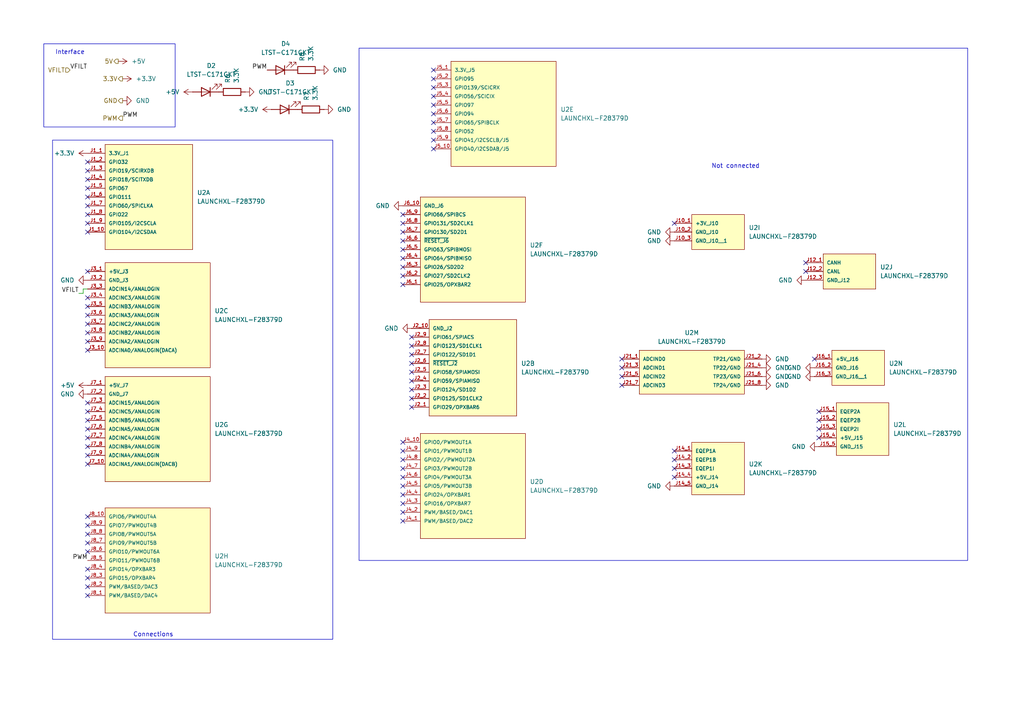
<source format=kicad_sch>
(kicad_sch (version 20250114) (generator "eeschema") (generator_version "9.0")
  (paper "A4")
  (title_block (title "Lecture_Tutorial") (date "2025-02-20") (rev "R0") (company "AbdullahZafar"))
  (lib_symbols
    (symbol "Device:LED" (pin_numbers (hide yes)) (pin_names (offset 1.016) (hide yes))
      (property "Reference" "D" (at 0 2.54 0))
      (property "Value" "LED" (at 0 -2.54 0))
      (symbol "LED_0_1"
        (polyline (pts (xy -3.048 -0.762) (xy -4.572 -2.286) (xy -3.81 -2.286) (xy -4.572 -2.286) (xy -4.572 -1.524)))
        (polyline (pts (xy -1.778 -0.762) (xy -3.302 -2.286) (xy -2.54 -2.286) (xy -3.302 -2.286) (xy -3.302 -1.524)))
        (polyline (pts (xy -1.27 0) (xy 1.27 0)))
        (polyline (pts (xy -1.27 -1.27) (xy -1.27 1.27)) (stroke (width 0.254)))
        (polyline (pts (xy 1.27 -1.27) (xy 1.27 1.27) (xy -1.27 0) (xy 1.27 -1.27)) (stroke (width 0.254)))
      )
      (symbol "LED_1_1"
        (pin passive line (at -3.81 0 0) (length 2.54) (name "K") (number "1"))
        (pin passive line (at 3.81 0 180) (length 2.54) (name "A") (number "2"))
      )
    )
    (symbol "Device:R" (pin_numbers (hide yes)) (pin_names (offset 0))
      (property "Reference" "R" (at 2.032 0 90))
      (property "Value" "R" (at 0 0 90))
      (symbol "R_0_1"
        (rectangle (start -1.016 -2.54) (end 1.016 2.54) (stroke (width 0.254)))
      )
      (symbol "R_1_1"
        (pin passive line (at 0 3.81 270) (length 1.27) (name "~") (number "1"))
        (pin passive line (at 0 -3.81 90) (length 1.27) (name "~") (number "2"))
      )
    )
    (symbol "LAUNCHXL-F28379D:LAUNCHXL-F28379D" (pin_names (offset 1.016))
      (property "Reference" "U" (at -12.2428 15.9258 0))
      (property "Value" "LAUNCHXL-F28379D" (at -12.7 -17.272 0))
      (symbol "LAUNCHXL-F28379D_1_0"
        (rectangle (start -12.7 -15.24) (end 12.7 15.24) (stroke (width 0.1524)) (fill (type background)))
        (pin power_in line (at -17.78 12.7 0) (length 5.08) (name "3.3V_J1") (number "J1_1"))
        (pin bidirectional line (at -17.78 10.16 0) (length 5.08) (name "GPIO32") (number "J1_2"))
        (pin bidirectional line (at -17.78 7.62 0) (length 5.08) (name "GPIO19/SCIRXDB") (number "J1_3"))
        (pin bidirectional line (at -17.78 5.08 0) (length 5.08) (name "GPIO18/SCITXDB") (number "J1_4"))
        (pin bidirectional line (at -17.78 2.54 0) (length 5.08) (name "GPIO67") (number "J1_5"))
        (pin bidirectional line (at -17.78 0 0) (length 5.08) (name "GPIO111") (number "J1_6"))
        (pin bidirectional line (at -17.78 -2.54 0) (length 5.08) (name "GPIO60/SPICLKA") (number "J1_7"))
        (pin bidirectional line (at -17.78 -5.08 0) (length 5.08) (name "GPIO22") (number "J1_8"))
        (pin bidirectional line (at -17.78 -7.62 0) (length 5.08) (name "GPIO105/I2CSCLA") (number "J1_9"))
        (pin bidirectional line (at -17.78 -10.16 0) (length 5.08) (name "GPIO104/I2CSDAA") (number "J1_10"))
      )
      (symbol "LAUNCHXL-F28379D_2_0"
        (rectangle (start -12.7 -12.7) (end 12.7 15.24) (stroke (width 0.1524)) (fill (type background)))
        (pin power_in line (at -17.78 12.7 0) (length 5.08) (name "GND_J2") (number "J2_10"))
        (pin bidirectional line (at -17.78 10.16 0) (length 5.08) (name "GPIO61/SPIACS") (number "J2_9"))
        (pin bidirectional line (at -17.78 7.62 0) (length 5.08) (name "GPIO123/SD1CLK1") (number "J2_8"))
        (pin bidirectional line (at -17.78 5.08 0) (length 5.08) (name "GPIO122/SD1D1") (number "J2_7"))
        (pin bidirectional line (at -17.78 2.54 0) (length 5.08) (name "~{RESET_J2}") (number "J2_6"))
        (pin bidirectional line (at -17.78 0 0) (length 5.08) (name "GPIO58/SPIAMOSI") (number "J2_5"))
        (pin bidirectional line (at -17.78 -2.54 0) (length 5.08) (name "GPIO59/SPIAMISO") (number "J2_4"))
        (pin bidirectional line (at -17.78 -5.08 0) (length 5.08) (name "GPIO124/SD1D2") (number "J2_3"))
        (pin bidirectional line (at -17.78 -7.62 0) (length 5.08) (name "GPIO125/SD1CLK2") (number "J2_2"))
        (pin bidirectional line (at -17.78 -10.16 0) (length 5.08) (name "GPIO29/OPXBAR6") (number "J2_1"))
      )
      (symbol "LAUNCHXL-F28379D_3_0"
        (rectangle (start -15.24 -15.24) (end 15.24 15.24) (stroke (width 0.1524)) (fill (type background)))
        (pin power_in line (at -20.32 12.7 0) (length 5.08) (name "+5V_J3") (number "J3_1"))
        (pin power_in line (at -20.32 10.16 0) (length 5.08) (name "GND_J3") (number "J3_2"))
        (pin bidirectional line (at -20.32 7.62 0) (length 5.08) (name "ADCIN14/ANALOGIN") (number "J3_3"))
        (pin bidirectional line (at -20.32 5.08 0) (length 5.08) (name "ADCINC3/ANALOGIN") (number "J3_4"))
        (pin bidirectional line (at -20.32 2.54 0) (length 5.08) (name "ADCINB3/ANALOGIN") (number "J3_5"))
        (pin bidirectional line (at -20.32 0 0) (length 5.08) (name "ADCINA3/ANALOGIN") (number "J3_6"))
        (pin bidirectional line (at -20.32 -2.54 0) (length 5.08) (name "ADCINC2/ANALOGIN") (number "J3_7"))
        (pin bidirectional line (at -20.32 -5.08 0) (length 5.08) (name "ADCINB2/ANALOGIN") (number "J3_8"))
        (pin bidirectional line (at -20.32 -7.62 0) (length 5.08) (name "ADCINA2/ANALOGIN") (number "J3_9"))
        (pin bidirectional line (at -20.32 -10.16 0) (length 5.08) (name "ADCINA0/ANALOGIN(DACA)") (number "J3_10"))
      )
      (symbol "LAUNCHXL-F28379D_4_0"
        (rectangle (start -15.24 -15.24) (end 15.24 15.24) (stroke (width 0.1524)) (fill (type background)))
        (pin bidirectional line (at -20.32 12.7 0) (length 5.08) (name "GPIO0/PWMOUT1A") (number "J4_10"))
        (pin bidirectional line (at -20.32 10.16 0) (length 5.08) (name "GPIO1/PWMOUT1B") (number "J4_9"))
        (pin bidirectional line (at -20.32 7.62 0) (length 5.08) (name "GPIO2//PWMOUT2A") (number "J4_8"))
        (pin bidirectional line (at -20.32 5.08 0) (length 5.08) (name "GPIO3/PWMOUT2B") (number "J4_7"))
        (pin bidirectional line (at -20.32 2.54 0) (length 5.08) (name "GPIO4/PWMOUT3A") (number "J4_6"))
        (pin bidirectional line (at -20.32 0 0) (length 5.08) (name "GPIO5/PWMOUT3B") (number "J4_5"))
        (pin bidirectional line (at -20.32 -2.54 0) (length 5.08) (name "GPIO24/OPXBAR1") (number "J4_4"))
        (pin bidirectional line (at -20.32 -5.08 0) (length 5.08) (name "GPIO16/OPXBAR7") (number "J4_3"))
        (pin bidirectional line (at -20.32 -7.62 0) (length 5.08) (name "PWM/BASED/DAC1") (number "J4_2"))
        (pin bidirectional line (at -20.32 -10.16 0) (length 5.08) (name "PWM/BASED/DAC2") (number "J4_1"))
      )
      (symbol "LAUNCHXL-F28379D_5_0"
        (rectangle (start -15.24 -15.24) (end 15.24 15.24) (stroke (width 0.1524)) (fill (type background)))
        (pin power_in line (at -20.32 12.7 0) (length 5.08) (name "3.3V_J5") (number "J5_1"))
        (pin bidirectional line (at -20.32 10.16 0) (length 5.08) (name "GPIO95") (number "J5_2"))
        (pin bidirectional line (at -20.32 7.62 0) (length 5.08) (name "GPIO139/SCICRX") (number "J5_3"))
        (pin bidirectional line (at -20.32 5.08 0) (length 5.08) (name "GPIO56/SCICIX") (number "J5_4"))
        (pin bidirectional line (at -20.32 2.54 0) (length 5.08) (name "GPIO97") (number "J5_5"))
        (pin bidirectional line (at -20.32 0 0) (length 5.08) (name "GPIO94") (number "J5_6"))
        (pin bidirectional line (at -20.32 -2.54 0) (length 5.08) (name "GPIO65/SPIBCLK") (number "J5_7"))
        (pin bidirectional line (at -20.32 -5.08 0) (length 5.08) (name "GPIO52") (number "J5_8"))
        (pin bidirectional line (at -20.32 -7.62 0) (length 5.08) (name "GPIO41/I2CSCLB/J5") (number "J5_9"))
        (pin bidirectional line (at -20.32 -10.16 0) (length 5.08) (name "GPIO40/I2CSDAB/J5") (number "J5_10"))
      )
      (symbol "LAUNCHXL-F28379D_6_0"
        (rectangle (start -15.24 -15.24) (end 15.24 15.24) (stroke (width 0.1524)) (fill (type background)))
        (pin power_in line (at -20.32 12.7 0) (length 5.08) (name "GND_J6") (number "J6_10"))
        (pin bidirectional line (at -20.32 10.16 0) (length 5.08) (name "GPIO66/SPIBCS") (number "J6_9"))
        (pin bidirectional line (at -20.32 7.62 0) (length 5.08) (name "GPIO131/SD2CLK1") (number "J6_8"))
        (pin bidirectional line (at -20.32 5.08 0) (length 5.08) (name "GPIO130/SD2D1") (number "J6_7"))
        (pin bidirectional line (at -20.32 2.54 0) (length 5.08) (name "~{RESET_J6}") (number "J6_6"))
        (pin bidirectional line (at -20.32 0 0) (length 5.08) (name "GPIO63/SPIBMOSI") (number "J6_5"))
        (pin bidirectional line (at -20.32 -2.54 0) (length 5.08) (name "GPIO64/SPIBMISO") (number "J6_4"))
        (pin bidirectional line (at -20.32 -5.08 0) (length 5.08) (name "GPIO26/SD2D2") (number "J6_3"))
        (pin bidirectional line (at -20.32 -7.62 0) (length 5.08) (name "GPIO27/SD2CLK2") (number "J6_2"))
        (pin bidirectional line (at -20.32 -10.16 0) (length 5.08) (name "GPIO25/OPXBAR2") (number "J6_1"))
      )
      (symbol "LAUNCHXL-F28379D_7_0"
        (rectangle (start -15.24 -15.24) (end 15.24 15.24) (stroke (width 0.1524)) (fill (type background)))
        (pin power_in line (at -20.32 12.7 0) (length 5.08) (name "+5V_J7") (number "J7_1"))
        (pin power_in line (at -20.32 10.16 0) (length 5.08) (name "GND_J7") (number "J7_2"))
        (pin bidirectional line (at -20.32 7.62 0) (length 5.08) (name "ADCIN15/ANALOGIN") (number "J7_3"))
        (pin bidirectional line (at -20.32 5.08 0) (length 5.08) (name "ADCINC5/ANALOGIN") (number "J7_4"))
        (pin bidirectional line (at -20.32 2.54 0) (length 5.08) (name "ADCINB5/ANALOGIN") (number "J7_5"))
        (pin bidirectional line (at -20.32 0 0) (length 5.08) (name "ADCINA5/ANALOGIN") (number "J7_6"))
        (pin bidirectional line (at -20.32 -2.54 0) (length 5.08) (name "ADCINC4/ANALOGIN") (number "J7_7"))
        (pin bidirectional line (at -20.32 -5.08 0) (length 5.08) (name "ADCINB4/ANALOGIN") (number "J7_8"))
        (pin bidirectional line (at -20.32 -7.62 0) (length 5.08) (name "ADCINA4/ANALOGIN") (number "J7_9"))
        (pin bidirectional line (at -20.32 -10.16 0) (length 5.08) (name "ADCINA1/ANALOGIN(DACB)") (number "J7_10"))
      )
      (symbol "LAUNCHXL-F28379D_8_0"
        (rectangle (start -15.24 -15.24) (end 15.24 15.24) (stroke (width 0.1524)) (fill (type background)))
        (pin bidirectional line (at -20.32 12.7 0) (length 5.08) (name "GPIO6/PWMOUT4A") (number "J8_10"))
        (pin bidirectional line (at -20.32 10.16 0) (length 5.08) (name "GPIO7/PWMOUT4B") (number "J8_9"))
        (pin bidirectional line (at -20.32 7.62 0) (length 5.08) (name "GPIO8/PWMOUT5A") (number "J8_8"))
        (pin bidirectional line (at -20.32 5.08 0) (length 5.08) (name "GPIO9/PWMOUT5B") (number "J8_7"))
        (pin bidirectional line (at -20.32 2.54 0) (length 5.08) (name "GPIO10/PWMOUT6A") (number "J8_6"))
        (pin bidirectional line (at -20.32 0 0) (length 5.08) (name "GPIO11/PWMOUT6B") (number "J8_5"))
        (pin bidirectional line (at -20.32 -2.54 0) (length 5.08) (name "GPIO14/OPXBAR3") (number "J8_4"))
        (pin bidirectional line (at -20.32 -5.08 0) (length 5.08) (name "GPIO15/OPXBAR4") (number "J8_3"))
        (pin bidirectional line (at -20.32 -7.62 0) (length 5.08) (name "PWM/BASED/DAC3") (number "J8_2"))
        (pin bidirectional line (at -20.32 -10.16 0) (length 5.08) (name "PWM/BASED/DAC4") (number "J8_1"))
      )
      (symbol "LAUNCHXL-F28379D_9_0"
        (rectangle (start -7.62 -7.62) (end 7.62 2.54) (stroke (width 0.1524)) (fill (type background)))
        (pin power_in line (at -12.7 0 0) (length 5.08) (name "+3V_J10") (number "J10_1"))
        (pin power_in line (at -12.7 -2.54 0) (length 5.08) (name "GND_J10") (number "J10_2"))
        (pin power_in line (at -12.7 -5.08 0) (length 5.08) (name "GND_J10__1") (number "J10_3"))
      )
      (symbol "LAUNCHXL-F28379D_10_0"
        (rectangle (start -7.62 -5.08) (end 7.62 5.08) (stroke (width 0.1524)) (fill (type background)))
        (pin bidirectional line (at -12.7 2.54 0) (length 5.08) (name "CANH") (number "J12_1"))
        (pin bidirectional line (at -12.7 0 0) (length 5.08) (name "CANL") (number "J12_2"))
        (pin power_in line (at -12.7 -2.54 0) (length 5.08) (name "GND_J12") (number "J12_3"))
      )
      (symbol "LAUNCHXL-F28379D_11_0"
        (rectangle (start -7.62 -7.62) (end 7.62 7.62) (stroke (width 0.1524)) (fill (type background)))
        (pin bidirectional line (at -12.7 5.08 0) (length 5.08) (name "EQEP1A") (number "J14_1"))
        (pin bidirectional line (at -12.7 2.54 0) (length 5.08) (name "EQEP1B") (number "J14_2"))
        (pin bidirectional line (at -12.7 0 0) (length 5.08) (name "EQEP1I") (number "J14_3"))
        (pin power_in line (at -12.7 -2.54 0) (length 5.08) (name "+5V_J14") (number "J14_4"))
        (pin power_in line (at -12.7 -5.08 0) (length 5.08) (name "GND_J14") (number "J14_5"))
      )
      (symbol "LAUNCHXL-F28379D_12_0"
        (rectangle (start -7.62 -7.62) (end 7.62 7.62) (stroke (width 0.1524)) (fill (type background)))
        (pin bidirectional line (at -12.7 5.08 0) (length 5.08) (name "EQEP2A") (number "J15_1"))
        (pin bidirectional line (at -12.7 2.54 0) (length 5.08) (name "EQEP2B") (number "J15_2"))
        (pin bidirectional line (at -12.7 0 0) (length 5.08) (name "EQEP2I") (number "J15_3"))
        (pin power_in line (at -12.7 -2.54 0) (length 5.08) (name "+5V_J15") (number "J15_4"))
        (pin power_in line (at -12.7 -5.08 0) (length 5.08) (name "GND_J15") (number "J15_5"))
      )
      (symbol "LAUNCHXL-F28379D_13_0"
        (rectangle (start -15.24 -7.62) (end 15.24 5.08) (stroke (width 0.1524)) (fill (type background)))
        (pin input line (at -20.32 2.54 0) (length 5.08) (name "ADCIND0") (number "J21_1"))
        (pin input line (at -20.32 0 0) (length 5.08) (name "ADCIND1") (number "J21_3"))
        (pin input line (at -20.32 -2.54 0) (length 5.08) (name "ADCIND2") (number "J21_5"))
        (pin input line (at -20.32 -5.08 0) (length 5.08) (name "ADCIND3") (number "J21_7"))
        (pin power_in line (at 20.32 2.54 180) (length 5.08) (name "TP21/GND") (number "J21_2"))
        (pin power_in line (at 20.32 0 180) (length 5.08) (name "TP22/GND") (number "J21_4"))
        (pin power_in line (at 20.32 -2.54 180) (length 5.08) (name "TP23/GND") (number "J21_6"))
        (pin power_in line (at 20.32 -5.08 180) (length 5.08) (name "TP24/GND") (number "J21_8"))
      )
      (symbol "LAUNCHXL-F28379D_14_0"
        (rectangle (start -7.62 -5.08) (end 7.62 5.08) (stroke (width 0.1524)) (fill (type background)))
        (pin power_in line (at -12.7 2.54 0) (length 5.08) (name "+5V_J16") (number "J16_1"))
        (pin power_in line (at -12.7 0 0) (length 5.08) (name "GND_J16") (number "J16_2"))
        (pin power_in line (at -12.7 -2.54 0) (length 5.08) (name "GND_J16__1") (number "J16_3"))
      )
    )
    (symbol "power:+3.3V" (power) (pin_numbers (hide yes)) (pin_names (offset 0) (hide yes))
      (property "Value" "+3.3V" (at 0 3.556 0))
      (symbol "+3.3V_0_1"
        (polyline (pts (xy -0.762 1.27) (xy 0 2.54)))
        (polyline (pts (xy 0 2.54) (xy 0.762 1.27)))
        (polyline (pts (xy 0 0) (xy 0 2.54)))
      )
      (symbol "+3.3V_1_1"
        (pin power_in line (at 0 0 90) (length 0) (name "~") (number "1"))
      )
    )
    (symbol "power:+5V" (power) (pin_numbers (hide yes)) (pin_names (offset 0) (hide yes))
      (property "Value" "+5V" (at 0 3.556 0))
      (symbol "+5V_0_1"
        (polyline (pts (xy -0.762 1.27) (xy 0 2.54)))
        (polyline (pts (xy 0 2.54) (xy 0.762 1.27)))
        (polyline (pts (xy 0 0) (xy 0 2.54)))
      )
      (symbol "+5V_1_1"
        (pin power_in line (at 0 0 90) (length 0) (name "~") (number "1"))
      )
    )
    (symbol "power:GND" (power) (pin_numbers (hide yes)) (pin_names (offset 0) (hide yes))
      (property "Value" "GND" (at 0 -3.81 0))
      (symbol "GND_0_1"
        (polyline (pts (xy 0 0) (xy 0 -1.27) (xy 1.27 -1.27) (xy 0 -2.54) (xy -1.27 -1.27) (xy 0 -1.27)))
      )
      (symbol "GND_1_1"
        (pin power_in line (at 0 0 270) (length 0) (name "~") (number "1"))
      )
    )
  )
  (rectangle (start 15.24 40.64) (end 96.52 185.42))
  (rectangle (start 104.14 13.97) (end 280.67 162.56))
  (rectangle (start 12.7 12.7) (end 50.8 36.83))
  (text "Interface\n" (at 20.32 15.24 0) (effects (font (size 1.27 1.27))))
  (text "Not connected\n" (at 213.36 48.26 0) (effects (font (size 1.27 1.27))))
  (text "Connections\n" (at 44.45 184.15 0) (effects (font (size 1.27 1.27))))
  (no_connect (at 195.58 138.43))
  (no_connect (at 116.84 130.81))
  (no_connect (at 25.4 170.18))
  (no_connect (at 25.4 116.84))
  (no_connect (at 25.4 154.94))
  (no_connect (at 116.84 72.39))
  (no_connect (at 116.84 128.27))
  (no_connect (at 25.4 67.31))
  (no_connect (at 25.4 167.64))
  (no_connect (at 25.4 64.77))
  (no_connect (at 25.4 149.86))
  (no_connect (at 25.4 62.23))
  (no_connect (at 116.84 80.01))
  (no_connect (at 180.34 109.22))
  (no_connect (at 195.58 64.77))
  (no_connect (at 25.4 93.98))
  (no_connect (at 116.84 64.77))
  (no_connect (at 119.38 115.57))
  (no_connect (at 25.4 96.52))
  (no_connect (at 125.73 40.64))
  (no_connect (at 25.4 152.4))
  (no_connect (at 125.73 30.48))
  (no_connect (at 25.4 132.08))
  (no_connect (at 116.84 140.97))
  (no_connect (at 25.4 121.92))
  (no_connect (at 116.84 69.85))
  (no_connect (at 116.84 82.55))
  (no_connect (at 237.49 127))
  (no_connect (at 25.4 172.72))
  (no_connect (at 116.84 77.47))
  (no_connect (at 116.84 133.35))
  (no_connect (at 25.4 52.07))
  (no_connect (at 236.22 104.14))
  (no_connect (at 25.4 99.06))
  (no_connect (at 25.4 59.69))
  (no_connect (at 116.84 135.89))
  (no_connect (at 25.4 101.6))
  (no_connect (at 25.4 157.48))
  (no_connect (at 119.38 110.49))
  (no_connect (at 116.84 62.23))
  (no_connect (at 116.84 74.93))
  (no_connect (at 125.73 27.94))
  (no_connect (at 119.38 100.33))
  (no_connect (at 119.38 107.95))
  (no_connect (at 25.4 91.44))
  (no_connect (at 25.4 119.38))
  (no_connect (at 119.38 102.87))
  (no_connect (at 119.38 97.79))
  (no_connect (at 25.4 57.15))
  (no_connect (at 116.84 151.13))
  (no_connect (at 125.73 33.02))
  (no_connect (at 116.84 143.51))
  (no_connect (at 195.58 130.81))
  (no_connect (at 180.34 111.76))
  (no_connect (at 125.73 20.32))
  (no_connect (at 25.4 78.74))
  (no_connect (at 237.49 119.38))
  (no_connect (at 233.68 78.74))
  (no_connect (at 180.34 104.14))
  (no_connect (at 125.73 22.86))
  (no_connect (at 25.4 127))
  (no_connect (at 25.4 165.1))
  (no_connect (at 195.58 135.89))
  (no_connect (at 25.4 160.02))
  (no_connect (at 237.49 121.92))
  (no_connect (at 25.4 54.61))
  (no_connect (at 125.73 35.56))
  (no_connect (at 233.68 76.2))
  (no_connect (at 119.38 113.03))
  (no_connect (at 116.84 148.59))
  (no_connect (at 237.49 124.46))
  (no_connect (at 25.4 49.53))
  (no_connect (at 116.84 67.31))
  (no_connect (at 25.4 88.9))
  (no_connect (at 25.4 134.62))
  (no_connect (at 116.84 138.43))
  (no_connect (at 116.84 146.05))
  (no_connect (at 125.73 43.18))
  (no_connect (at 119.38 105.41))
  (no_connect (at 180.34 106.68))
  (no_connect (at 195.58 133.35))
  (no_connect (at 125.73 38.1))
  (no_connect (at 25.4 46.99))
  (no_connect (at 119.38 118.11))
  (no_connect (at 125.73 25.4))
  (no_connect (at 25.4 124.46))
  (no_connect (at 25.4 86.36))
  (no_connect (at 25.4 129.54))
  (wire (pts (xy 22.86 85.09) (xy 24.13 85.09)))
  (wire (pts (xy 24.13 83.82) (xy 25.4 83.82)))
  (wire (pts (xy 24.13 85.09) (xy 24.13 83.82)))
  (label "PWM" (at 77.47 20.32 180))
  (label "VFILT" (at 20.32 20.32 0))
  (label "PWM" (at 25.4 162.56 180))
  (label "PWM" (at 35.56 34.29 0))
  (label "VFILT" (at 22.86 85.09 180))
  (hierarchical_label "PWM" (shape output) (at 35.56 34.29 180))
  (hierarchical_label "3.3V" (shape output) (at 35.56 22.86 180))
  (hierarchical_label "VFILT" (shape input) (at 20.32 20.32 180))
  (hierarchical_label "GND" (shape output) (at 35.56 29.21 180))
  (hierarchical_label "5V" (shape output) (at 34.29 17.78 180))
  (symbol (lib_id "Device:LED") (at 82.55 31.75 180) (unit 1)
    (property "Reference" "D3" (at 84.1375 24.13 0))
    (property "Value" "LTST-C171GKT" (at 84.1375 26.67 0))
    (property "Footprint" "LED_SMD:LED_0805_2012Metric" (effects (hide yes)))
    (property "Description" "Light emitting diode" (effects (hide yes)))
    (property "Sim.Pins" "1=K 2=A" (effects (hide yes)))
    (property "Part No." "LTST-C171GKT" (effects (hide yes)))
  )
  (symbol (lib_id "power:GND") (at 25.4 114.3 270) (mirror x) (unit 1)
    (property "Reference" "#PWR037" (effects (hide yes)))
    (property "Value" "GND" (at 21.59 114.2999 90) (effects (justify right)))
    (property "Description" "Power symbol creates a global label with name \"GND\" , ground" (effects (hide yes)))
  )
  (symbol (lib_id "power:GND") (at 25.4 81.28 270) (mirror x) (unit 1)
    (property "Reference" "#PWR024" (effects (hide yes)))
    (property "Value" "GND" (at 21.59 81.2799 90) (effects (justify right)))
    (property "Description" "Power symbol creates a global label with name \"GND\" , ground" (effects (hide yes)))
  )
  (symbol (lib_id "Device:R") (at 90.17 31.75 90) (unit 1)
    (property "Reference" "R7" (at 88.8999 29.21 0) (effects (justify left)))
    (property "Value" "3.3K" (at 91.4399 29.21 0) (effects (justify left)))
    (property "Footprint" "Resistor_SMD:R_0805_2012Metric_Pad1.20x1.40mm_HandSolder" (effects (hide yes)))
    (property "Datasheet" "ERJ-P06F3301V" (effects (hide yes)))
    (property "Description" "Resistor" (effects (hide yes)))
    (property "Part No." "ERJ-P06F3301V" (effects (hide yes)))
  )
  (symbol (lib_id "LAUNCHXL-F28379D:LAUNCHXL-F28379D") (at 45.72 91.44 0) (unit 3)
    (property "Reference" "U2" (at 62.23 90.1699 0) (effects (justify left)))
    (property "Value" "LAUNCHXL-F28379D" (at 62.23 92.7099 0) (effects (justify left)))
    (property "Footprint" "LAUNCHXL_F28379D:MOD_LAUNCHXL-F28379D" (effects (hide yes)))
    (property "PARTREV" "2.0" (effects (hide yes)))
    (property "STANDARD" "Manufacturer Recommendations" (effects (hide yes)))
    (property "MANUFACTURER" "Texas Instruments" (effects (hide yes)))
    (property "Part No." "LAUNCHXL-F28379D" (effects (hide yes)))
  )
  (symbol (lib_id "LAUNCHXL-F28379D:LAUNCHXL-F28379D") (at 45.72 162.56 0) (unit 8)
    (property "Reference" "U2" (at 62.23 161.2899 0) (effects (justify left)))
    (property "Value" "LAUNCHXL-F28379D" (at 62.23 163.8299 0) (effects (justify left)))
    (property "Footprint" "LAUNCHXL_F28379D:MOD_LAUNCHXL-F28379D" (effects (hide yes)))
    (property "PARTREV" "2.0" (effects (hide yes)))
    (property "STANDARD" "Manufacturer Recommendations" (effects (hide yes)))
    (property "MANUFACTURER" "Texas Instruments" (effects (hide yes)))
    (property "Part No." "LAUNCHXL-F28379D" (effects (hide yes)))
  )
  (symbol (lib_id "Device:LED") (at 59.69 26.67 180) (unit 1)
    (property "Reference" "D2" (at 61.2775 19.05 0))
    (property "Value" "LTST-C171GKT" (at 61.2775 21.59 0))
    (property "Footprint" "LED_SMD:LED_0805_2012Metric" (effects (hide yes)))
    (property "Description" "Light emitting diode" (effects (hide yes)))
    (property "Sim.Pins" "1=K 2=A" (effects (hide yes)))
    (property "Part No." "LTST-C171GKT" (effects (hide yes)))
  )
  (symbol (lib_id "power:GND") (at 119.38 95.25 270) (mirror x) (unit 1)
    (property "Reference" "#PWR023" (effects (hide yes)))
    (property "Value" "GND" (at 115.57 95.2499 90) (effects (justify right)))
    (property "Description" "Power symbol creates a global label with name \"GND\" , ground" (effects (hide yes)))
  )
  (symbol (lib_id "power:GND") (at 220.98 104.14 90) (unit 1)
    (property "Reference" "#PWR025" (effects (hide yes)))
    (property "Value" "GND" (at 224.79 104.1399 90) (effects (justify right)))
    (property "Description" "Power symbol creates a global label with name \"GND\" , ground" (effects (hide yes)))
  )
  (symbol (lib_id "power:GND") (at 236.22 109.22 270) (mirror x) (unit 1)
    (property "Reference" "#PWR029" (effects (hide yes)))
    (property "Value" "GND" (at 232.41 109.2199 90) (effects (justify right)))
    (property "Description" "Power symbol creates a global label with name \"GND\" , ground" (effects (hide yes)))
  )
  (symbol (lib_id "power:GND") (at 195.58 67.31 270) (mirror x) (unit 1)
    (property "Reference" "#PWR031" (effects (hide yes)))
    (property "Value" "GND" (at 191.77 67.3099 90) (effects (justify right)))
    (property "Description" "Power symbol creates a global label with name \"GND\" , ground" (effects (hide yes)))
  )
  (symbol (lib_id "power:GND") (at 220.98 106.68 90) (unit 1)
    (property "Reference" "#PWR026" (effects (hide yes)))
    (property "Value" "GND" (at 224.79 106.6799 90) (effects (justify right)))
    (property "Description" "Power symbol creates a global label with name \"GND\" , ground" (effects (hide yes)))
  )
  (symbol (lib_id "LAUNCHXL-F28379D:LAUNCHXL-F28379D") (at 200.66 106.68 0) (unit 13)
    (property "Reference" "U2" (at 200.66 96.52 0))
    (property "Value" "LAUNCHXL-F28379D" (at 200.66 99.06 0))
    (property "Footprint" "LAUNCHXL_F28379D:MOD_LAUNCHXL-F28379D" (effects (hide yes)))
    (property "PARTREV" "2.0" (effects (hide yes)))
    (property "STANDARD" "Manufacturer Recommendations" (effects (hide yes)))
    (property "MANUFACTURER" "Texas Instruments" (effects (hide yes)))
    (property "Part No." "LAUNCHXL-F28379D" (effects (hide yes)))
  )
  (symbol (lib_id "Device:LED") (at 81.28 20.32 180) (unit 1)
    (property "Reference" "D4" (at 82.8675 12.7 0))
    (property "Value" "LTST-C171GKT" (at 82.8675 15.24 0))
    (property "Footprint" "LED_SMD:LED_0805_2012Metric" (effects (hide yes)))
    (property "Description" "Light emitting diode" (effects (hide yes)))
    (property "Sim.Pins" "1=K 2=A" (effects (hide yes)))
    (property "Part No." "LTST-C171GKT" (effects (hide yes)))
  )
  (symbol (lib_id "power:GND") (at 35.56 29.21 90) (unit 1)
    (property "Reference" "#PWR020" (effects (hide yes)))
    (property "Value" "GND" (at 39.37 29.2099 90) (effects (justify right)))
    (property "Description" "Power symbol creates a global label with name \"GND\" , ground" (effects (hide yes)))
  )
  (symbol (lib_id "power:+3.3V") (at 25.4 44.45 90) (mirror x) (unit 1)
    (property "Reference" "#PWR021" (effects (hide yes)))
    (property "Value" "+3.3V" (at 21.59 44.4499 90) (effects (justify left)))
    (property "Description" "Power symbol creates a global label with name \"+3.3V\"" (effects (hide yes)))
  )
  (symbol (lib_id "LAUNCHXL-F28379D:LAUNCHXL-F28379D") (at 137.16 140.97 0) (unit 4)
    (property "Reference" "U2" (at 153.67 139.6999 0) (effects (justify left)))
    (property "Value" "LAUNCHXL-F28379D" (at 153.67 142.2399 0) (effects (justify left)))
    (property "Footprint" "LAUNCHXL_F28379D:MOD_LAUNCHXL-F28379D" (effects (hide yes)))
    (property "PARTREV" "2.0" (effects (hide yes)))
    (property "STANDARD" "Manufacturer Recommendations" (effects (hide yes)))
    (property "MANUFACTURER" "Texas Instruments" (effects (hide yes)))
    (property "Part No." "LAUNCHXL-F28379D" (effects (hide yes)))
  )
  (symbol (lib_id "LAUNCHXL-F28379D:LAUNCHXL-F28379D") (at 208.28 64.77 0) (unit 9)
    (property "Reference" "U2" (at 217.17 66.0399 0) (effects (justify left)))
    (property "Value" "LAUNCHXL-F28379D" (at 217.17 68.5799 0) (effects (justify left)))
    (property "Footprint" "LAUNCHXL_F28379D:MOD_LAUNCHXL-F28379D" (effects (hide yes)))
    (property "PARTREV" "2.0" (effects (hide yes)))
    (property "STANDARD" "Manufacturer Recommendations" (effects (hide yes)))
    (property "MANUFACTURER" "Texas Instruments" (effects (hide yes)))
    (property "Part No." "LAUNCHXL-F28379D" (effects (hide yes)))
  )
  (symbol (lib_id "LAUNCHXL-F28379D:LAUNCHXL-F28379D") (at 146.05 33.02 0) (unit 5)
    (property "Reference" "U2" (at 162.56 31.7499 0) (effects (justify left)))
    (property "Value" "LAUNCHXL-F28379D" (at 162.56 34.2899 0) (effects (justify left)))
    (property "Footprint" "LAUNCHXL_F28379D:MOD_LAUNCHXL-F28379D" (effects (hide yes)))
    (property "PARTREV" "2.0" (effects (hide yes)))
    (property "STANDARD" "Manufacturer Recommendations" (effects (hide yes)))
    (property "MANUFACTURER" "Texas Instruments" (effects (hide yes)))
    (property "Part No." "LAUNCHXL-F28379D" (effects (hide yes)))
  )
  (symbol (lib_id "LAUNCHXL-F28379D:LAUNCHXL-F28379D") (at 208.28 135.89 0) (unit 11)
    (property "Reference" "U2" (at 217.17 134.6199 0) (effects (justify left)))
    (property "Value" "LAUNCHXL-F28379D" (at 217.17 137.1599 0) (effects (justify left)))
    (property "Footprint" "LAUNCHXL_F28379D:MOD_LAUNCHXL-F28379D" (effects (hide yes)))
    (property "PARTREV" "2.0" (effects (hide yes)))
    (property "STANDARD" "Manufacturer Recommendations" (effects (hide yes)))
    (property "MANUFACTURER" "Texas Instruments" (effects (hide yes)))
    (property "Part No." "LAUNCHXL-F28379D" (effects (hide yes)))
  )
  (symbol (lib_id "LAUNCHXL-F28379D:LAUNCHXL-F28379D") (at 45.72 124.46 0) (unit 7)
    (property "Reference" "U2" (at 62.23 123.1899 0) (effects (justify left)))
    (property "Value" "LAUNCHXL-F28379D" (at 62.23 125.7299 0) (effects (justify left)))
    (property "Footprint" "LAUNCHXL_F28379D:MOD_LAUNCHXL-F28379D" (effects (hide yes)))
    (property "PARTREV" "2.0" (effects (hide yes)))
    (property "STANDARD" "Manufacturer Recommendations" (effects (hide yes)))
    (property "MANUFACTURER" "Texas Instruments" (effects (hide yes)))
    (property "Part No." "LAUNCHXL-F28379D" (effects (hide yes)))
  )
  (symbol (lib_id "LAUNCHXL-F28379D:LAUNCHXL-F28379D") (at 246.38 78.74 0) (unit 10)
    (property "Reference" "U2" (at 255.27 77.4699 0) (effects (justify left)))
    (property "Value" "LAUNCHXL-F28379D" (at 255.27 80.0099 0) (effects (justify left)))
    (property "Footprint" "LAUNCHXL_F28379D:MOD_LAUNCHXL-F28379D" (effects (hide yes)))
    (property "PARTREV" "2.0" (effects (hide yes)))
    (property "STANDARD" "Manufacturer Recommendations" (effects (hide yes)))
    (property "MANUFACTURER" "Texas Instruments" (effects (hide yes)))
    (property "Part No." "LAUNCHXL-F28379D" (effects (hide yes)))
  )
  (symbol (lib_id "power:+3.3V") (at 78.74 31.75 90) (mirror x) (unit 1)
    (property "Reference" "#PWR050" (effects (hide yes)))
    (property "Value" "+3.3V" (at 74.93 31.7499 90) (effects (justify left)))
    (property "Description" "Power symbol creates a global label with name \"+3.3V\"" (effects (hide yes)))
  )
  (symbol (lib_id "power:GND") (at 237.49 129.54 270) (mirror x) (unit 1)
    (property "Reference" "#PWR035" (effects (hide yes)))
    (property "Value" "GND" (at 233.68 129.5399 90) (effects (justify right)))
    (property "Description" "Power symbol creates a global label with name \"GND\" , ground" (effects (hide yes)))
  )
  (symbol (lib_id "power:GND") (at 195.58 69.85 270) (mirror x) (unit 1)
    (property "Reference" "#PWR032" (effects (hide yes)))
    (property "Value" "GND" (at 191.77 69.8499 90) (effects (justify right)))
    (property "Description" "Power symbol creates a global label with name \"GND\" , ground" (effects (hide yes)))
  )
  (symbol (lib_id "power:+5V") (at 34.29 17.78 270) (unit 1)
    (property "Reference" "#PWR018" (effects (hide yes)))
    (property "Value" "+5V" (at 38.1 17.7799 90) (effects (justify left)))
    (property "Description" "Power symbol creates a global label with name \"+5V\"" (effects (hide yes)))
  )
  (symbol (lib_id "Device:R") (at 67.31 26.67 90) (unit 1)
    (property "Reference" "R6" (at 66.0399 24.13 0) (effects (justify left)))
    (property "Value" "3.3K" (at 68.5799 24.13 0) (effects (justify left)))
    (property "Footprint" "Resistor_SMD:R_0805_2012Metric_Pad1.20x1.40mm_HandSolder" (effects (hide yes)))
    (property "Datasheet" "ERJ-P06F3301V" (effects (hide yes)))
    (property "Description" "Resistor" (effects (hide yes)))
    (property "Part No." "ERJ-P06F3301V" (effects (hide yes)))
  )
  (symbol (lib_id "power:+5V") (at 25.4 111.76 90) (mirror x) (unit 1)
    (property "Reference" "#PWR022" (effects (hide yes)))
    (property "Value" "+5V" (at 21.59 111.7599 90) (effects (justify left)))
    (property "Description" "Power symbol creates a global label with name \"+5V\"" (effects (hide yes)))
  )
  (symbol (lib_id "power:GND") (at 233.68 81.28 270) (mirror x) (unit 1)
    (property "Reference" "#PWR033" (effects (hide yes)))
    (property "Value" "GND" (at 229.87 81.2799 90) (effects (justify right)))
    (property "Description" "Power symbol creates a global label with name \"GND\" , ground" (effects (hide yes)))
  )
  (symbol (lib_id "LAUNCHXL-F28379D:LAUNCHXL-F28379D") (at 137.16 107.95 0) (unit 2)
    (property "Reference" "U2" (at 151.13 105.4099 0) (effects (justify left)))
    (property "Value" "LAUNCHXL-F28379D" (at 151.13 107.9499 0) (effects (justify left)))
    (property "Footprint" "LAUNCHXL_F28379D:MOD_LAUNCHXL-F28379D" (effects (hide yes)))
    (property "PARTREV" "2.0" (effects (hide yes)))
    (property "STANDARD" "Manufacturer Recommendations" (effects (hide yes)))
    (property "MANUFACTURER" "Texas Instruments" (effects (hide yes)))
    (property "Part No." "LAUNCHXL-F28379D" (effects (hide yes)))
  )
  (symbol (lib_id "LAUNCHXL-F28379D:LAUNCHXL-F28379D") (at 248.92 106.68 0) (unit 14)
    (property "Reference" "U2" (at 257.81 105.4099 0) (effects (justify left)))
    (property "Value" "LAUNCHXL-F28379D" (at 257.81 107.9499 0) (effects (justify left)))
    (property "Footprint" "LAUNCHXL_F28379D:MOD_LAUNCHXL-F28379D" (effects (hide yes)))
    (property "PARTREV" "2.0" (effects (hide yes)))
    (property "STANDARD" "Manufacturer Recommendations" (effects (hide yes)))
    (property "MANUFACTURER" "Texas Instruments" (effects (hide yes)))
    (property "Part No." "LAUNCHXL-F28379D" (effects (hide yes)))
  )
  (symbol (lib_id "power:+3.3V") (at 35.56 22.86 270) (unit 1)
    (property "Reference" "#PWR019" (effects (hide yes)))
    (property "Value" "+3.3V" (at 39.37 22.8599 90) (effects (justify left)))
    (property "Description" "Power symbol creates a global label with name \"+3.3V\"" (effects (hide yes)))
  )
  (symbol (lib_id "power:GND") (at 71.12 26.67 90) (unit 1)
    (property "Reference" "#PWR043" (effects (hide yes)))
    (property "Value" "GND" (at 74.93 26.6699 90) (effects (justify right)))
    (property "Description" "Power symbol creates a global label with name \"GND\" , ground" (effects (hide yes)))
  )
  (symbol (lib_id "power:GND") (at 236.22 106.68 270) (mirror x) (unit 1)
    (property "Reference" "#PWR030" (effects (hide yes)))
    (property "Value" "GND" (at 232.41 106.6799 90) (effects (justify right)))
    (property "Description" "Power symbol creates a global label with name \"GND\" , ground" (effects (hide yes)))
  )
  (symbol (lib_id "LAUNCHXL-F28379D:LAUNCHXL-F28379D") (at 250.19 124.46 0) (unit 12)
    (property "Reference" "U2" (at 259.08 123.1899 0) (effects (justify left)))
    (property "Value" "LAUNCHXL-F28379D" (at 259.08 125.7299 0) (effects (justify left)))
    (property "Footprint" "LAUNCHXL_F28379D:MOD_LAUNCHXL-F28379D" (effects (hide yes)))
    (property "PARTREV" "2.0" (effects (hide yes)))
    (property "STANDARD" "Manufacturer Recommendations" (effects (hide yes)))
    (property "MANUFACTURER" "Texas Instruments" (effects (hide yes)))
    (property "Part No." "LAUNCHXL-F28379D" (effects (hide yes)))
  )
  (symbol (lib_id "power:GND") (at 92.71 20.32 90) (unit 1)
    (property "Reference" "#PWR048" (effects (hide yes)))
    (property "Value" "GND" (at 96.52 20.3199 90) (effects (justify right)))
    (property "Description" "Power symbol creates a global label with name \"GND\" , ground" (effects (hide yes)))
  )
  (symbol (lib_id "LAUNCHXL-F28379D:LAUNCHXL-F28379D") (at 43.18 57.15 0) (unit 1)
    (property "Reference" "U2" (at 57.15 55.8799 0) (effects (justify left)))
    (property "Value" "LAUNCHXL-F28379D" (at 57.15 58.4199 0) (effects (justify left)))
    (property "Footprint" "LAUNCHXL_F28379D:MOD_LAUNCHXL-F28379D" (effects (hide yes)))
    (property "PARTREV" "2.0" (effects (hide yes)))
    (property "STANDARD" "Manufacturer Recommendations" (effects (hide yes)))
    (property "MANUFACTURER" "Texas Instruments" (effects (hide yes)))
    (property "Part No." "LAUNCHXL-F28379D" (effects (hide yes)))
  )
  (symbol (lib_id "LAUNCHXL-F28379D:LAUNCHXL-F28379D") (at 137.16 72.39 0) (unit 6)
    (property "Reference" "U2" (at 153.67 71.1199 0) (effects (justify left)))
    (property "Value" "LAUNCHXL-F28379D" (at 153.67 73.6599 0) (effects (justify left)))
    (property "Footprint" "LAUNCHXL_F28379D:MOD_LAUNCHXL-F28379D" (effects (hide yes)))
    (property "PARTREV" "2.0" (effects (hide yes)))
    (property "STANDARD" "Manufacturer Recommendations" (effects (hide yes)))
    (property "MANUFACTURER" "Texas Instruments" (effects (hide yes)))
    (property "Part No." "LAUNCHXL-F28379D" (effects (hide yes)))
  )
  (symbol (lib_id "power:GND") (at 195.58 140.97 270) (mirror x) (unit 1)
    (property "Reference" "#PWR036" (effects (hide yes)))
    (property "Value" "GND" (at 191.77 140.9699 90) (effects (justify right)))
    (property "Description" "Power symbol creates a global label with name \"GND\" , ground" (effects (hide yes)))
  )
  (symbol (lib_id "power:GND") (at 220.98 109.22 90) (unit 1)
    (property "Reference" "#PWR027" (effects (hide yes)))
    (property "Value" "GND" (at 224.79 109.2199 90) (effects (justify right)))
    (property "Description" "Power symbol creates a global label with name \"GND\" , ground" (effects (hide yes)))
  )
  (symbol (lib_id "power:GND") (at 220.98 111.76 90) (unit 1)
    (property "Reference" "#PWR028" (effects (hide yes)))
    (property "Value" "GND" (at 224.79 111.7599 90) (effects (justify right)))
    (property "Description" "Power symbol creates a global label with name \"GND\" , ground" (effects (hide yes)))
  )
  (symbol (lib_id "power:GND") (at 116.84 59.69 270) (mirror x) (unit 1)
    (property "Reference" "#PWR034" (effects (hide yes)))
    (property "Value" "GND" (at 113.03 59.6899 90) (effects (justify right)))
    (property "Description" "Power symbol creates a global label with name \"GND\" , ground" (effects (hide yes)))
  )
  (symbol (lib_id "power:GND") (at 93.98 31.75 90) (unit 1)
    (property "Reference" "#PWR047" (effects (hide yes)))
    (property "Value" "GND" (at 97.79 31.7499 90) (effects (justify right)))
    (property "Description" "Power symbol creates a global label with name \"GND\" , ground" (effects (hide yes)))
  )
  (symbol (lib_id "power:+5V") (at 55.88 26.67 90) (unit 1)
    (property "Reference" "#PWR049" (effects (hide yes)))
    (property "Value" "+5V" (at 52.07 26.6699 90) (effects (justify left)))
    (property "Description" "Power symbol creates a global label with name \"+5V\"" (effects (hide yes)))
  )
  (symbol (lib_id "Device:R") (at 88.9 20.32 90) (unit 1)
    (property "Reference" "R8" (at 87.6299 17.78 0) (effects (justify left)))
    (property "Value" "3.3K" (at 90.1699 17.78 0) (effects (justify left)))
    (property "Footprint" "Resistor_SMD:R_0805_2012Metric_Pad1.20x1.40mm_HandSolder" (effects (hide yes)))
    (property "Datasheet" "ERJ-P06F3301V" (effects (hide yes)))
    (property "Description" "Resistor" (effects (hide yes)))
    (property "Part No." "ERJ-P06F3301V" (effects (hide yes)))
  )
)
</source>
